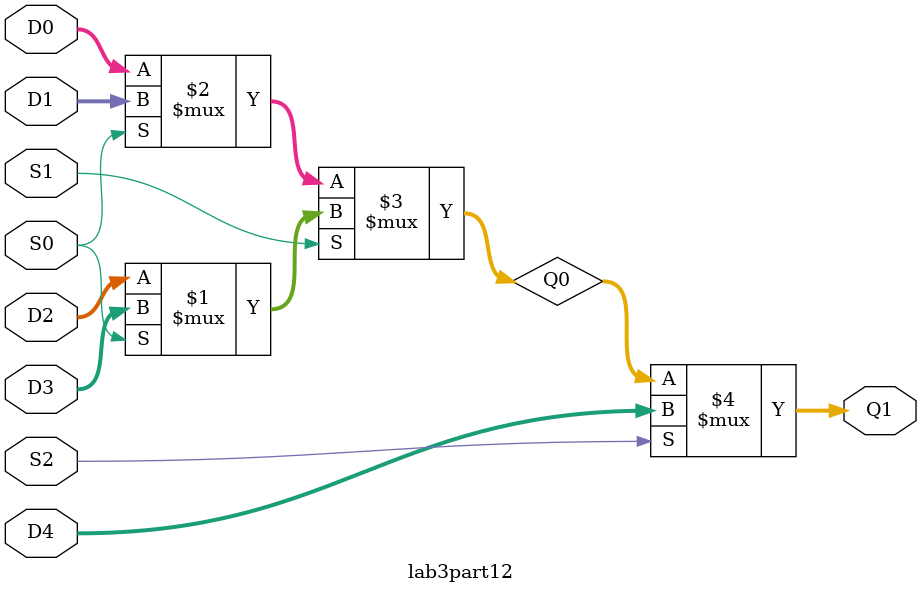
<source format=v>
`timescale 1 ns/ 10 ps

module lab3part12(Q1, D0, D1, D2, D3, D4, S0, S1, S2);

input S0, S1, S2;
input[3:0] D0, D1, D2, D3, D4;
wire[3:0] Q0;
output[3:0] Q1;

assign Q0 = S1 ? (S0 ? D3 : D2) : (S0 ? D1 : D0);
assign Q1 = S2 ? D4 : Q0;

endmodule

</source>
